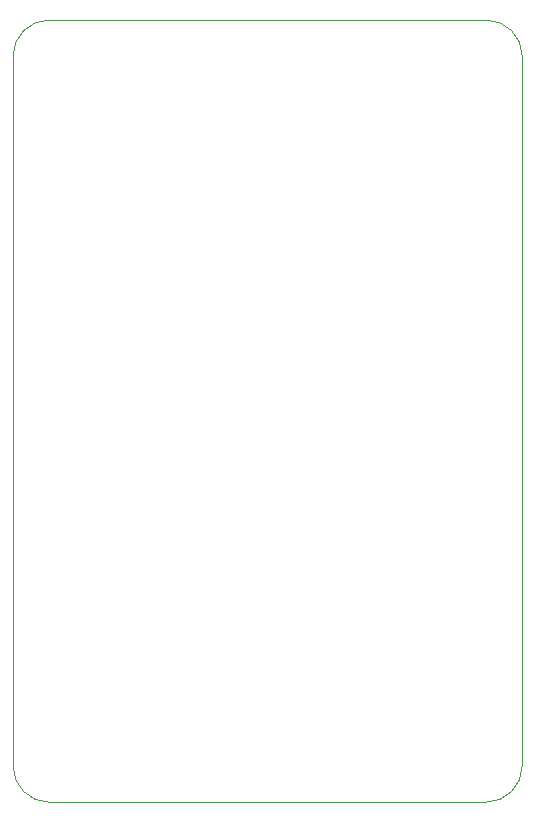
<source format=gbr>
G04 #@! TF.GenerationSoftware,KiCad,Pcbnew,5.1.2-f72e74a~84~ubuntu18.04.1*
G04 #@! TF.CreationDate,2019-05-17T13:13:24-07:00*
G04 #@! TF.ProjectId,RPZ_SC_VNA,52505a5f-5343-45f5-964e-412e6b696361,rev?*
G04 #@! TF.SameCoordinates,Original*
G04 #@! TF.FileFunction,Profile,NP*
%FSLAX46Y46*%
G04 Gerber Fmt 4.6, Leading zero omitted, Abs format (unit mm)*
G04 Created by KiCad (PCBNEW 5.1.2-f72e74a~84~ubuntu18.04.1) date 2019-05-17 13:13:24*
%MOMM*%
%LPD*%
G04 APERTURE LIST*
%ADD10C,0.050000*%
G04 APERTURE END LIST*
D10*
X104648000Y-47625000D02*
X104648000Y-107746800D01*
X144703800Y-44577000D02*
X107696000Y-44577000D01*
X147751800Y-107746800D02*
X147751800Y-47625000D01*
X144703800Y-110794800D02*
X107696000Y-110794800D01*
X144703800Y-44577000D02*
G75*
G02X147751800Y-47625000I0J-3048000D01*
G01*
X147751800Y-107746800D02*
G75*
G02X144703800Y-110794800I-3048000J0D01*
G01*
X107696000Y-110794800D02*
G75*
G02X104648000Y-107746800I0J3048000D01*
G01*
X104648000Y-47625000D02*
G75*
G02X107696000Y-44577000I3048000J0D01*
G01*
M02*

</source>
